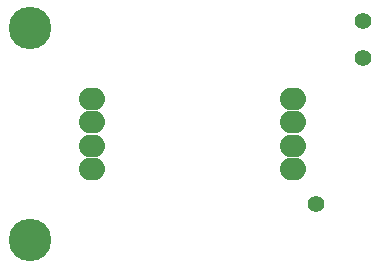
<source format=gbs>
G04 #@! TF.GenerationSoftware,KiCad,Pcbnew,(5.1.2)-1*
G04 #@! TF.CreationDate,2019-11-04T01:51:56+09:00*
G04 #@! TF.ProjectId,IR,49522e6b-6963-4616-945f-706362585858,v1.1*
G04 #@! TF.SameCoordinates,Original*
G04 #@! TF.FileFunction,Soldermask,Bot*
G04 #@! TF.FilePolarity,Negative*
%FSLAX46Y46*%
G04 Gerber Fmt 4.6, Leading zero omitted, Abs format (unit mm)*
G04 Created by KiCad (PCBNEW (5.1.2)-1) date 2019-11-04 01:51:56*
%MOMM*%
%LPD*%
G04 APERTURE LIST*
%ADD10C,3.600000*%
%ADD11O,2.200000X1.924000*%
%ADD12C,1.400000*%
G04 APERTURE END LIST*
D10*
X180000000Y-120000000D03*
D11*
X185200000Y-114000000D03*
X185200000Y-112000000D03*
X185200000Y-110000000D03*
X185200000Y-108000000D03*
X202200000Y-108000000D03*
X202200000Y-110000000D03*
X202200000Y-112000000D03*
X202200000Y-114000000D03*
D12*
X204200000Y-116900000D03*
X208200000Y-101400000D03*
X208200000Y-104600000D03*
D10*
X180000000Y-102000000D03*
M02*

</source>
